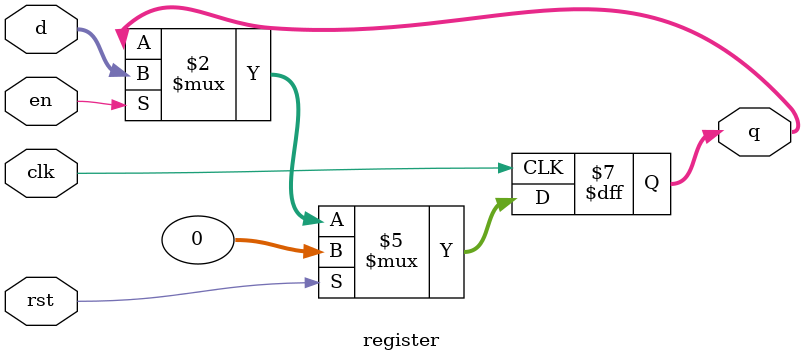
<source format=sv>
`timescale 1ns / 1ps


module  register
#( parameter WIDTH = 32,
             RST_VAL = 0
)(
    input  clk, rst, en,
    input  [WIDTH-1:0]  d,
    output reg  [WIDTH-1:0] q
);

    always @(posedge clk)
        if (rst) q <= RST_VAL;
        else  if (en) q <= d;

endmodule


</source>
